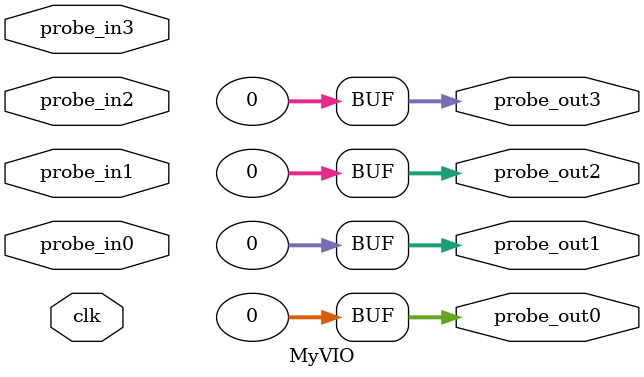
<source format=v>
`timescale 1ns / 1ps
module MyVIO (
clk,
probe_in0,probe_in1,probe_in2,probe_in3,
probe_out0,
probe_out1,
probe_out2,
probe_out3
);

input clk;
input [31 : 0] probe_in0;
input [31 : 0] probe_in1;
input [31 : 0] probe_in2;
input [31 : 0] probe_in3;

output reg [31 : 0] probe_out0 = 'h00000000 ;
output reg [31 : 0] probe_out1 = 'h00000000 ;
output reg [31 : 0] probe_out2 = 'h00000000 ;
output reg [31 : 0] probe_out3 = 'h00000000 ;


endmodule

</source>
